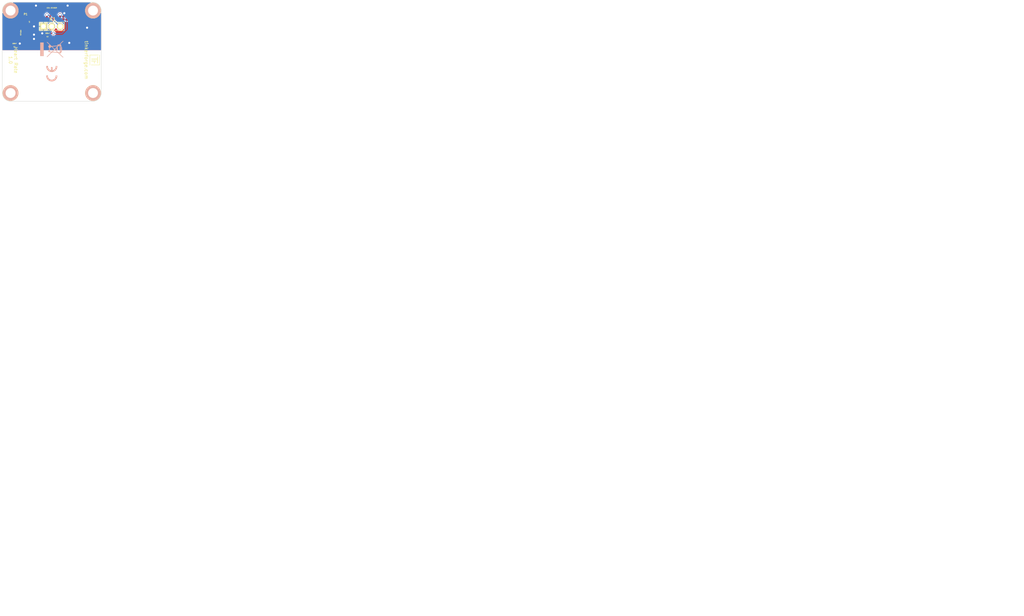
<source format=kicad_pcb>
(kicad_pcb (version 20221018) (generator pcbnew)
  (title_block (title "Heart Rate Bricklet") (rev "1.0") (company "Tinkerforge GmbH") (comment 1 "Licensed under CERN OHL v.1.1") (comment 2 "Copyright (©) 2014, B.Nordmeyer <bastian@tinkerforge.com>"))
  (layers (0 "F.Cu" signal) (31 "B.Cu" signal) (34 "B.Paste" user) (35 "F.Paste" user) (36 "B.SilkS" user) (37 "F.SilkS" user) (38 "B.Mask" user) (39 "F.Mask" user) (44 "Edge.Cuts" user))
  (net 0 "")
  (net 1 "GND")
  (net 2 "N-000005")
  (net 3 "N-000006")
  (net 4 "SCL")
  (net 5 "SDA")
  (net 6 "VCC")
  (footprint "DRILL_NP" (layer "F.Cu") (at 118.8 88.7 180)
    (fp_text reference "U2" hide)
    (fp_text value "DRILL" hide)
    (pad "" np_thru_hole circle (at 0 0 180) (size 2.99974 2.99974) (drill 2.99974) (layers "*.Cu" "*.Mask" "F.SilkS") (clearance 0.89916))
  )
  (footprint "SOIC8" (layer "F.Cu") (at 96.9 70.4 90)
    (fp_text reference "U1" (at 3.29946 2.60096 90) (layer "F.SilkS") (effects (font (size 0.29972 0.29972) (thickness 0.0762))))
    (fp_text value "M24C64" (at 0 0 90) (layer "F.SilkS") (effects (font (size 0.29972 0.29972) (thickness 0.0762))))
    (pad "1" smd rect (at -1.90246 2.69748 270) (size 0.59944 1.5494) (layers "F.Cu" "F.Paste" "F.Mask") (net 1 "GND"))
    (pad "2" smd rect (at -0.63246 2.69748 270) (size 0.59944 1.5494) (layers "F.Cu" "F.Paste" "F.Mask") (net 1 "GND"))
    (pad "3" smd rect (at 0.63246 2.69748 270) (size 0.59944 1.5494) (layers "F.Cu" "F.Paste" "F.Mask") (net 3 "N-000006"))
    (pad "4" smd rect (at 1.90246 2.69748 270) (size 0.59944 1.5494) (layers "F.Cu" "F.Paste" "F.Mask") (net 1 "GND"))
    (pad "5" smd rect (at 1.90246 -2.69748 90) (size 0.59944 1.5494) (layers "F.Cu" "F.Paste" "F.Mask") (net 5 "SDA"))
    (pad "6" smd rect (at 0.63246 -2.69748 90) (size 0.59944 1.5494) (layers "F.Cu" "F.Paste" "F.Mask") (net 4 "SCL"))
    (pad "7" smd rect (at -0.63246 -2.69748 90) (size 0.59944 1.5494) (layers "F.Cu" "F.Paste" "F.Mask"))
    (pad "8" smd rect (at -1.90246 -2.69748 90) (size 0.59944 1.5494) (layers "F.Cu" "F.Paste" "F.Mask") (net 6 "VCC"))
  )
  (footprint "DRILL_NP" (layer "F.Cu") (at 93.8 63.7)
    (fp_text reference "U3" hide)
    (fp_text value "DRILL" hide)
    (pad "" np_thru_hole circle (at 0 0) (size 2.99974 2.99974) (drill 2.99974) (layers "*.Cu" "*.Mask" "F.SilkS") (clearance 0.89916))
  )
  (footprint "DRILL_NP" (layer "F.Cu") (at 118.8 63.7)
    (fp_text reference "U4" hide)
    (fp_text value "DRILL" hide)
    (pad "" np_thru_hole circle (at 0 0) (size 2.99974 2.99974) (drill 2.99974) (layers "*.Cu" "*.Mask" "F.SilkS") (clearance 0.89916))
  )
  (footprint "DRILL_NP" (layer "F.Cu") (at 93.8 88.7)
    (fp_text reference "U5" hide)
    (fp_text value "DRILL" hide)
    (pad "" np_thru_hole circle (at 0 0) (size 2.99974 2.99974) (drill 2.99974) (layers "*.Cu" "*.Mask" "F.SilkS") (clearance 0.89916))
  )
  (footprint "CON-SENSOR" (layer "F.Cu") (at 106.3 61.3 180)
    (fp_text reference "P1" (at 7.9502 -3.50012 180) (layer "F.SilkS") (effects (font (size 0.59944 0.59944) (thickness 0.12446))))
    (fp_text value "CON-SENSOR" (at 0 -1.6002 180) (layer "F.SilkS") (effects (font (size 0.29972 0.29972) (thickness 0.07112))))
    (pad "1" smd rect (at -4.50088 -4.7752 180) (size 0.59944 1.5494) (layers "F.Cu" "F.Paste" "F.Mask"))
    (pad "2" smd rect (at -3.50012 -4.7752 180) (size 0.59944 1.5494) (layers "F.Cu" "F.Paste" "F.Mask") (net 1 "GND"))
    (pad "3" smd rect (at -2.49936 -4.7752 180) (size 0.59944 1.5494) (layers "F.Cu" "F.Paste" "F.Mask") (net 6 "VCC"))
    (pad "4" smd rect (at -1.50114 -4.7752 180) (size 0.59944 1.5494) (layers "F.Cu" "F.Paste" "F.Mask") (net 4 "SCL"))
    (pad "5" smd rect (at -0.50038 -4.7752 180) (size 0.59944 1.5494) (layers "F.Cu" "F.Paste" "F.Mask") (net 5 "SDA"))
    (pad "6" smd rect (at 0.50038 -4.7752 180) (size 0.59944 1.5494) (layers "F.Cu" "F.Paste" "F.Mask") (net 3 "N-000006"))
    (pad "7" smd rect (at 1.50114 -4.7752 180) (size 0.59944 1.5494) (layers "F.Cu" "F.Paste" "F.Mask") (net 2 "N-000005"))
    (pad "8" smd rect (at 2.49936 -4.7752 180) (size 0.59944 1.5494) (layers "F.Cu" "F.Paste" "F.Mask"))
    (pad "9" smd rect (at 3.50012 -4.7752 180) (size 0.59944 1.5494) (layers "F.Cu" "F.Paste" "F.Mask"))
    (pad "10" smd rect (at 4.50088 -4.7752 180) (size 0.59944 1.5494) (layers "F.Cu" "F.Paste" "F.Mask"))
    (pad "EP" smd rect (at -5.79882 -0.89916 180) (size 1.19888 1.80086) (layers "F.Cu" "F.Paste" "F.Mask") (net 1 "GND"))
    (pad "EP" smd rect (at 5.79882 -0.89916 180) (size 1.19888 1.80086) (layers "F.Cu" "F.Paste" "F.Mask") (net 1 "GND"))
  )
  (footprint "0603" (layer "F.Cu") (at 95 73.7 180)
    (fp_text reference "C1" (at 0 -1.00076 180) (layer "F.SilkS") (effects (font (size 0.29972 0.29972) (thickness 0.0762))))
    (fp_text value "100nF" (at 0 0 180) (layer "F.SilkS") (effects (font (size 0.29972 0.29972) (thickness 0.0762))))
    (pad "1" smd rect (at -0.8001 0 180) (size 0.8001 0.8001) (layers "F.Cu" "F.Paste" "F.Mask") (net 1 "GND"))
    (pad "2" smd rect (at 0.8001 0 180) (size 0.8001 0.8001) (layers "F.Cu" "F.Paste" "F.Mask") (net 6 "VCC"))
  )
  (footprint "0603" (layer "F.Cu") (at 105 70.6 180)
    (fp_text reference "C2" (at 0 -1.00076 180) (layer "F.SilkS") (effects (font (size 0.29972 0.29972) (thickness 0.0762))))
    (fp_text value "100nF" (at 0 0 180) (layer "F.SilkS") (effects (font (size 0.29972 0.29972) (thickness 0.0762))))
    (pad "1" smd rect (at -0.8001 0 180) (size 0.8001 0.8001) (layers "F.Cu" "F.Paste" "F.Mask") (net 6 "VCC"))
    (pad "2" smd rect (at 0.8001 0 180) (size 0.8001 0.8001) (layers "F.Cu" "F.Paste" "F.Mask") (net 1 "GND"))
  )
  (footprint "Logo_31x31" (layer "F.Cu") (at 120.9 77.1 -90)
    (fp_text reference "G***" hide)
    (fp_text value "Logo_31x31" hide)
  )
  (footprint "PIN_ARRAY_3X1" (layer "F.Cu") (at 106.3 68.5)
    (fp_text reference "K1" (at 0.254 -2.159) (layer "F.SilkS") (effects (font (size 1.016 1.016) (thickness 0.1524))))
    (fp_text value "CONN_3" hide)
    (pad "1" thru_hole rect (at -2.54 0) (size 2 2) (drill 1.3) (layers "*.Cu" "*.Mask" "F.SilkS") (net 1 "GND"))
    (pad "2" thru_hole circle (at 0 0) (size 2 2) (drill 1.3) (layers "*.Cu" "*.Mask" "F.SilkS") (net 6 "VCC"))
    (pad "3" thru_hole circle (at 2.54 0) (size 2 2) (drill 1.3) (layers "*.Cu" "*.Mask" "F.SilkS") (net 2 "N-000005"))
  )
  (footprint "WEEE_7mm" (layer "B.Cu") (at 106.3 75.4 -90)
    (fp_text reference "VAL" hide)
    (fp_text value "WEEE_7mm" hide)
  )
  (footprint "CE_5mm" (layer "B.Cu") (at 106.3 82.8 90)
    (fp_text reference "VAL" hide)
    (fp_text value "CE_5mm" hide)
  )
  (gr_arc (start 91.3 63.7) (mid 92.032233 61.932233) (end 93.8 61.2) (stroke (width 0.1)) (layer "Edge.Cuts"))
  (gr_arc (start 93.8 91.2) (mid 92.032233 90.467767) (end 91.3 88.7) (stroke (width 0.1)) (layer "Edge.Cuts"))
  (gr_line (start 121.3 88.7) (end 121.3 63.7) (stroke (width 0.1)) (layer "Edge.Cuts"))
  (gr_arc (start 118.8 61.2) (mid 120.567767 61.932233) (end 121.3 63.7) (stroke (width 0.1)) (layer "Edge.Cuts"))
  (gr_line (start 118.8 61.2) (end 93.8 61.2) (stroke (width 0.1)) (layer "Edge.Cuts"))
  (gr_line (start 91.3 63.7) (end 91.3 88.7) (stroke (width 0.1)) (layer "Edge.Cuts"))
  (gr_line (start 93.8 91.2) (end 118.8 91.2) (stroke (width 0.1)) (layer "Edge.Cuts"))
  (gr_arc (start 121.3 88.7) (mid 120.567767 90.467767) (end 118.8 91.2) (stroke (width 0.1)) (layer "Edge.Cuts"))
  (gr_text "Heart Rate\n1.0" (at 94.6 78.7 270) (layer "F.SilkS") (effects (font (size 1 1))))
  (gr_text "tinkerforge.com" (at 116.8 78.7 270) (layer "F.SilkS") (effects (font (size 1 1))))
  (segment (start 100.86754 71.03246) (end 100.9 71) (width 0.254) (layer "F.Cu") (net 1))
  (segment (start 103.4 70.6) (end 104.1999 70.6) (width 0.254) (layer "F.Cu") (net 1))
  (segment (start 100.89754 72.30246) (end 100.9 72.3) (width 0.254) (layer "F.Cu") (net 1))
  (segment (start 100.89754 68.49754) (end 100.9 68.5) (width 0.254) (layer "F.Cu") (net 1))
  (segment (start 109.80012 64.79988) (end 110.1 64.5) (width 0.254) (layer "F.Cu") (net 1))
  (segment (start 111.1 62.2) (end 111.10084 62.19916) (width 0.254) (layer "F.Cu") (net 1))
  (segment (start 111.10084 62.19916) (end 112.09882 62.19916) (width 0.254) (layer "F.Cu") (net 1))
  (segment (start 101.5 62.2) (end 101.49916 62.19916) (width 0.254) (layer "F.Cu") (net 1))
  (segment (start 101.49916 62.19916) (end 100.50118 62.19916) (width 0.254) (layer "F.Cu") (net 1))
  (segment (start 111.6 73.5) (end 116.2 68.9) (width 0.254) (layer "F.Cu") (net 1))
  (segment (start 116.2 68.9) (end 117 68.9) (width 0.254) (layer "F.Cu") (net 1))
  (segment (start 99.59748 72.30246) (end 100.89754 72.30246) (width 0.254) (layer "F.Cu") (net 1))
  (segment (start 109.80012 66.0752) (end 109.80012 64.79988) (width 0.254) (layer "F.Cu") (net 1))
  (segment (start 95.8001 73.7) (end 96.6 73.7) (width 0.254) (layer "F.Cu") (net 1))
  (segment (start 99.59748 68.49754) (end 100.89754 68.49754) (width 0.254) (layer "F.Cu") (net 1))
  (segment (start 99.59748 71.03246) (end 100.86754 71.03246) (width 0.254) (layer "F.Cu") (net 1))
  (via (at 96.6 73.7) (size 0.889) (drill 0.635) (layers "F.Cu" "B.Cu") (net 1))
  (via (at 100.9 72.3) (size 0.889) (drill 0.635) (layers "F.Cu" "B.Cu") (net 1))
  (via (at 117 68.9) (size 0.889) (drill 0.635) (layers "F.Cu" "B.Cu") (net 1))
  (via (at 111.6 73.5) (size 0.889) (drill 0.635) (layers "F.Cu" "B.Cu") (net 1))
  (via (at 103.4 70.6) (size 0.889) (drill 0.635) (layers "F.Cu" "B.Cu") (net 1))
  (via (at 111.1 62.2) (size 0.889) (drill 0.635) (layers "F.Cu" "B.Cu") (net 1))
  (via (at 100.9 68.5) (size 0.889) (drill 0.635) (layers "F.Cu" "B.Cu") (net 1))
  (via (at 101.5 62.2) (size 0.889) (drill 0.635) (layers "F.Cu" "B.Cu") (net 1))
  (via (at 110.1 64.5) (size 0.889) (drill 0.635) (layers "F.Cu" "B.Cu") (net 1))
  (via (at 100.9 71) (size 0.889) (drill 0.635) (layers "F.Cu" "B.Cu") (net 1))
  (segment (start 100.9 71) (end 101.3 70.6) (width 0.254) (layer "B.Cu") (net 1))
  (segment (start 101.3 70.6) (end 103.4 70.6) (width 0.254) (layer "B.Cu") (net 1))
  (segment (start 100.9 72.3) (end 100.9 71) (width 0.254) (layer "B.Cu") (net 1))
  (segment (start 100.9 68.5) (end 100.9 71) (width 0.254) (layer "B.Cu") (net 1))
  (segment (start 96.6 73.7) (end 98 72.3) (width 0.254) (layer "B.Cu") (net 1))
  (segment (start 98 72.3) (end 100.9 72.3) (width 0.254) (layer "B.Cu") (net 1))
  (segment (start 110.1 64.5) (end 111.1 63.5) (width 0.254) (layer "B.Cu") (net 1))
  (segment (start 111.1 63.5) (end 111.1 62.2) (width 0.254) (layer "B.Cu") (net 1))
  (segment (start 100.9 62.8) (end 101.5 62.2) (width 0.254) (layer "B.Cu") (net 1))
  (segment (start 104.6 70.6) (end 107.5 73.5) (width 0.254) (layer "B.Cu") (net 1))
  (segment (start 107.5 73.5) (end 111.6 73.5) (width 0.254) (layer "B.Cu") (net 1))
  (segment (start 103.76 68.5) (end 100.9 68.5) (width 0.254) (layer "B.Cu") (net 1))
  (segment (start 111.1 62.2) (end 101.5 62.2) (width 0.254) (layer "B.Cu") (net 1))
  (segment (start 103.4 70.6) (end 104.6 70.6) (width 0.254) (layer "B.Cu") (net 1))
  (segment (start 100.9 68.5) (end 100.9 62.8) (width 0.254) (layer "B.Cu") (net 1))
  (segment (start 104.79886 65.00114) (end 104.8 65) (width 0.254) (layer "F.Cu") (net 2))
  (segment (start 104.79886 65.00114) (end 104.79886 66.0752) (width 0.254) (layer "F.Cu") (net 2))
  (via (at 104.8 65) (size 0.889) (drill 0.635) (layers "F.Cu" "B.Cu") (net 2))
  (segment (start 108.7 68.5) (end 105.2 65) (width 0.254) (layer "B.Cu") (net 2))
  (segment (start 105.2 65) (end 104.8 65) (width 0.254) (layer "B.Cu") (net 2))
  (segment (start 108.84 68.5) (end 108.7 68.5) (width 0.254) (layer "B.Cu") (net 2))
  (segment (start 105.79962 64.69962) (end 105.2 64.1) (width 0.254) (layer "F.Cu") (net 3))
  (segment (start 105.2 64.1) (end 103.9 64.1) (width 0.254) (layer "F.Cu") (net 3))
  (segment (start 103.9 64.1) (end 103.095998 64.904002) (width 0.254) (layer "F.Cu") (net 3))
  (segment (start 103.095998 64.904002) (end 100.995998 64.904002) (width 0.254) (layer "F.Cu") (net 3))
  (segment (start 100.995998 64.904002) (end 98.2 67.7) (width 0.254) (layer "F.Cu") (net 3))
  (segment (start 98.2 67.7) (end 98.2 69.4) (width 0.254) (layer "F.Cu") (net 3))
  (segment (start 98.2 69.4) (end 98.56754 69.76754) (width 0.254) (layer "F.Cu") (net 3))
  (segment (start 98.56754 69.76754) (end 99.59748 69.76754) (width 0.254) (layer "F.Cu") (net 3))
  (segment (start 105.79962 66.0752) (end 105.79962 64.69962) (width 0.254) (layer "F.Cu") (net 3))
  (segment (start 99.9 63.8) (end 96.2 67.5) (width 0.254) (layer "F.Cu") (net 4))
  (segment (start 96.2 67.5) (end 93.4 67.5) (width 0.254) (layer "F.Cu") (net 4))
  (segment (start 93.4 67.5) (end 92.8 68.1) (width 0.254) (layer "F.Cu") (net 4))
  (segment (start 92.8 68.1) (end 92.8 69) (width 0.254) (layer "F.Cu") (net 4))
  (segment (start 92.8 69) (end 93.56754 69.76754) (width 0.254) (layer "F.Cu") (net 4))
  (segment (start 93.56754 69.76754) (end 94.20252 69.76754) (width 0.254) (layer "F.Cu") (net 4))
  (segment (start 105.9 62.8) (end 102.7 62.8) (width 0.254) (layer "F.Cu") (net 4))
  (segment (start 102.7 62.8) (end 101.7 63.8) (width 0.254) (layer "F.Cu") (net 4))
  (segment (start 101.7 63.8) (end 99.9 63.8) (width 0.254) (layer "F.Cu") (net 4))
  (segment (start 107.80114 64.70114) (end 105.9 62.8) (width 0.254) (layer "F.Cu") (net 4))
  (segment (start 107.80114 66.0752) (end 107.80114 64.70114) (width 0.254) (layer "F.Cu") (net 4))
  (segment (start 96.40246 68.49754) (end 100.5 64.4) (width 0.254) (layer "F.Cu") (net 5))
  (segment (start 100.5 64.4) (end 102.4 64.4) (width 0.254) (layer "F.Cu") (net 5))
  (segment (start 106.80038 65.15) (end 106.80038 66.0752) (width 0.254) (layer "F.Cu") (net 5))
  (segment (start 106.80038 64.70038) (end 105.6 63.5) (width 0.254) (layer "F.Cu") (net 5))
  (segment (start 105.6 63.5) (end 103.3 63.5) (width 0.254) (layer "F.Cu") (net 5))
  (segment (start 103.3 63.5) (end 102.4 64.4) (width 0.254) (layer "F.Cu") (net 5))
  (segment (start 94.20252 68.49754) (end 96.40246 68.49754) (width 0.254) (layer "F.Cu") (net 5))
  (segment (start 106.80038 65.15) (end 106.80038 64.70038) (width 0.254) (layer "F.Cu") (net 5))
  (segment (start 105.8001 68.9999) (end 106.3 68.5) (width 0.254) (layer "F.Cu") (net 6))
  (segment (start 94.1999 72.30508) (end 94.20252 72.30246) (width 0.254) (layer "F.Cu") (net 6))
  (segment (start 94.1999 74.0999) (end 94.9 74.8) (width 0.254) (layer "F.Cu") (net 6))
  (segment (start 94.9 74.8) (end 102.6 74.8) (width 0.254) (layer "F.Cu") (net 6))
  (segment (start 102.6 74.8) (end 105.8001 71.5999) (width 0.254) (layer "F.Cu") (net 6))
  (segment (start 105.8001 71.5999) (end 105.8001 70.6) (width 0.254) (layer "F.Cu") (net 6))
  (segment (start 108.79936 64.90064) (end 108.8 64.9) (width 0.254) (layer "F.Cu") (net 6))
  (segment (start 106.8 70.6) (end 105.8001 70.6) (width 0.254) (layer "F.Cu") (net 6))
  (segment (start 108.79936 66.0752) (end 108.79936 64.90064) (width 0.254) (layer "F.Cu") (net 6))
  (segment (start 105.8001 70.6) (end 105.8001 68.9999) (width 0.254) (layer "F.Cu") (net 6))
  (segment (start 94.1999 73.7) (end 94.1999 72.30508) (width 0.254) (layer "F.Cu") (net 6))
  (segment (start 94.1999 73.7) (end 94.1999 74.0999) (width 0.254) (layer "F.Cu") (net 6))
  (via (at 106.8 70.6) (size 0.889) (drill 0.635) (layers "F.Cu" "B.Cu") (net 6))
  (via (at 108.8 64.9) (size 0.889) (drill 0.635) (layers "F.Cu" "B.Cu") (net 6))
  (segment (start 108.8 64.9) (end 110.7 66.8) (width 0.254) (layer "B.Cu") (net 6))
  (segment (start 110.7 66.8) (end 110.7 69.3) (width 0.254) (layer "B.Cu") (net 6))
  (segment (start 110.7 69.3) (end 109.4 70.6) (width 0.254) (layer "B.Cu") (net 6))
  (segment (start 109.4 70.6) (end 106.8 70.6) (width 0.254) (layer "B.Cu") (net 6))
  (zone (net 1) (net_name "GND") (layer "F.Cu") (connect_pads (clearance 0.299)) (min_thickness 0.2) (fill yes (thermal_gap 0.3) (thermal_bridge_width 0.3))
    (polygon (pts (xy 121.3 75.7) (xy 91.3 75.7) (xy 91.3 61.2) (xy 121.3 61.2)))
  )
  (zone (net 1) (net_name "GND") (layer "B.Cu") (connect_pads (clearance 0.299)) (min_thickness 0.2) (fill yes (thermal_gap 0.3) (thermal_bridge_width 0.3))
    (polygon (pts (xy 91.3 75.7) (xy 91.3 61.2) (xy 121.3 61.2) (xy 121.3 75.7)))
  )
)
</source>
